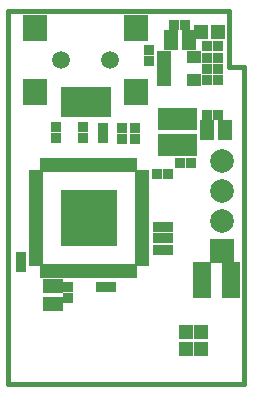
<source format=gts>
G04 (created by PCBNEW-RS274X (2010-08-11 BZR 2448)-unstable) date Thu 16 Jun 2011 10:10:32 CST*
G01*
G70*
G90*
%MOIN*%
G04 Gerber Fmt 3.4, Leading zero omitted, Abs format*
%FSLAX34Y34*%
G04 APERTURE LIST*
%ADD10C,0.001000*%
%ADD11C,0.015000*%
%ADD12R,0.051400X0.051400*%
%ADD13R,0.029800X0.051500*%
%ADD14R,0.051500X0.029800*%
%ADD15R,0.191300X0.191300*%
%ADD16R,0.038100X0.038100*%
%ADD17R,0.045000X0.065000*%
%ADD18R,0.065000X0.045000*%
%ADD19R,0.050000X0.040000*%
%ADD20R,0.059400X0.047600*%
%ADD21R,0.039700X0.098700*%
%ADD22R,0.083000X0.090900*%
%ADD23C,0.059400*%
%ADD24R,0.065300X0.075100*%
%ADD25R,0.079100X0.079100*%
%ADD26C,0.079100*%
G04 APERTURE END LIST*
G54D10*
G54D11*
X47244Y-51811D02*
X39370Y-51811D01*
X47244Y-41220D02*
X47244Y-41220D01*
X46732Y-41221D02*
X47244Y-41221D01*
X46732Y-39370D02*
X46732Y-41220D01*
X39370Y-51811D02*
X39370Y-39370D01*
X47244Y-41220D02*
X47244Y-51811D01*
X39370Y-39370D02*
X46732Y-39370D01*
G54D12*
X46375Y-40080D03*
X45785Y-40080D03*
X45800Y-50645D03*
X45800Y-50055D03*
X45300Y-50645D03*
X45300Y-50055D03*
G54D13*
X43530Y-44490D03*
X43333Y-44490D03*
X43136Y-44490D03*
X42939Y-44490D03*
X42743Y-44490D03*
X42546Y-44490D03*
X42349Y-44490D03*
X42152Y-44490D03*
X41955Y-44490D03*
X41758Y-44490D03*
X41561Y-44490D03*
X41365Y-44490D03*
X41168Y-44490D03*
X40971Y-44490D03*
X40774Y-44490D03*
X40577Y-44490D03*
G54D14*
X40282Y-44785D03*
X40282Y-44982D03*
X40282Y-45179D03*
X40282Y-45376D03*
X40282Y-45573D03*
X40282Y-45770D03*
X40282Y-45966D03*
X40282Y-46163D03*
X40282Y-46360D03*
X40282Y-46557D03*
X40282Y-46754D03*
X40282Y-46951D03*
X40282Y-47147D03*
X40282Y-47344D03*
X40282Y-47541D03*
X40282Y-47738D03*
G54D13*
X40577Y-48033D03*
X40774Y-48033D03*
X40971Y-48033D03*
X41168Y-48033D03*
X41365Y-48033D03*
X41561Y-48033D03*
X41758Y-48033D03*
X41955Y-48033D03*
X42152Y-48033D03*
X42349Y-48033D03*
X42546Y-48033D03*
X42743Y-48033D03*
X42939Y-48033D03*
X43136Y-48033D03*
X43333Y-48033D03*
X43530Y-48033D03*
G54D14*
X43825Y-47738D03*
X43825Y-47541D03*
X43825Y-47344D03*
X43825Y-47147D03*
X43825Y-46951D03*
X43825Y-46754D03*
X43825Y-46557D03*
X43825Y-46360D03*
X43825Y-46163D03*
X43825Y-45966D03*
X43825Y-45770D03*
X43825Y-45573D03*
X43825Y-45376D03*
X43825Y-45179D03*
X43825Y-44982D03*
X43825Y-44785D03*
G54D15*
X42054Y-46262D03*
G54D16*
X45110Y-44440D03*
X45460Y-44440D03*
X43587Y-43618D03*
X43587Y-43268D03*
X44050Y-41025D03*
X44050Y-40675D03*
X44710Y-46950D03*
X44360Y-46950D03*
X44710Y-46570D03*
X44360Y-46570D03*
X46010Y-41300D03*
X46360Y-41300D03*
X46010Y-40920D03*
X46360Y-40920D03*
X44900Y-39840D03*
X45250Y-39840D03*
X42450Y-48580D03*
X42800Y-48580D03*
X44360Y-47330D03*
X44710Y-47330D03*
X39780Y-47560D03*
X39780Y-47910D03*
X41360Y-48570D03*
X41360Y-48920D03*
X44340Y-44790D03*
X44690Y-44790D03*
X43169Y-43268D03*
X43169Y-43618D03*
X41870Y-43248D03*
X41870Y-43598D03*
X46360Y-40540D03*
X46010Y-40540D03*
X46010Y-42850D03*
X46360Y-42850D03*
X46010Y-41680D03*
X46360Y-41680D03*
G54D17*
X44780Y-40340D03*
X45380Y-40340D03*
X45980Y-43350D03*
X46580Y-43350D03*
G54D18*
X40870Y-48530D03*
X40870Y-49130D03*
G54D19*
X44550Y-40915D03*
X44550Y-41665D03*
X45550Y-40915D03*
X44550Y-41290D03*
X45550Y-41665D03*
G54D20*
X45840Y-47960D03*
X45840Y-48335D03*
X45840Y-48708D03*
X46784Y-48710D03*
X46784Y-48332D03*
X46784Y-47960D03*
G54D21*
X41320Y-42393D03*
X41635Y-42393D03*
X41950Y-42393D03*
X42265Y-42393D03*
X42580Y-42393D03*
G54D22*
X40257Y-42078D03*
X43643Y-42078D03*
X40257Y-39933D03*
X43643Y-39933D03*
G54D23*
X41123Y-41015D03*
X42777Y-41015D03*
G54D16*
X40949Y-43598D03*
X40949Y-43248D03*
X42539Y-43602D03*
X42539Y-43252D03*
G54D24*
X44690Y-42970D03*
X44690Y-43836D03*
X45320Y-43836D03*
X45320Y-42970D03*
G54D25*
X46496Y-47366D03*
G54D26*
X46496Y-46366D03*
X46496Y-45366D03*
X46496Y-44366D03*
M02*

</source>
